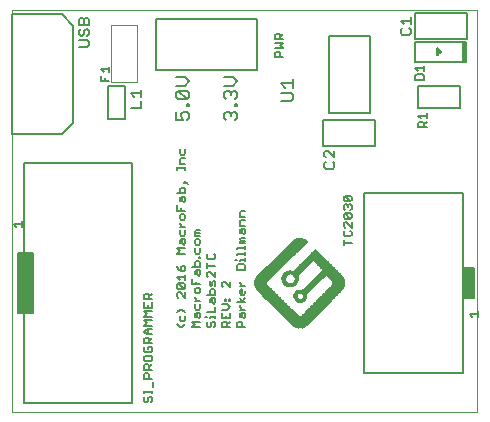
<source format=gto>
G75*
%MOIN*%
%OFA0B0*%
%FSLAX25Y25*%
%IPPOS*%
%LPD*%
%AMOC8*
5,1,8,0,0,1.08239X$1,22.5*
%
%ADD10C,0.00000*%
%ADD11C,0.00800*%
%ADD12C,0.00600*%
%ADD13C,0.00500*%
%ADD14C,0.00200*%
%ADD15R,0.00126X0.02370*%
%ADD16R,0.00124X0.03130*%
%ADD17R,0.00126X0.03630*%
%ADD18R,0.00125X0.03870*%
%ADD19R,0.00124X0.04370*%
%ADD20R,0.00126X0.04630*%
%ADD21R,0.00125X0.05130*%
%ADD22R,0.00124X0.05370*%
%ADD23R,0.00126X0.05630*%
%ADD24R,0.00125X0.05870*%
%ADD25R,0.00124X0.06130*%
%ADD26R,0.00126X0.06370*%
%ADD27R,0.00124X0.06630*%
%ADD28R,0.00126X0.06870*%
%ADD29R,0.00124X0.07130*%
%ADD30R,0.00125X0.07370*%
%ADD31R,0.00126X0.07630*%
%ADD32R,0.00125X0.07870*%
%ADD33R,0.00124X0.08130*%
%ADD34R,0.00126X0.08370*%
%ADD35R,0.00125X0.08630*%
%ADD36R,0.00124X0.08870*%
%ADD37R,0.00126X0.09130*%
%ADD38R,0.00125X0.09370*%
%ADD39R,0.00124X0.09630*%
%ADD40R,0.00126X0.09870*%
%ADD41R,0.00125X0.10130*%
%ADD42R,0.00125X0.10370*%
%ADD43R,0.00125X0.10630*%
%ADD44R,0.00124X0.10870*%
%ADD45R,0.00125X0.11130*%
%ADD46R,0.00126X0.11370*%
%ADD47R,0.00125X0.11630*%
%ADD48R,0.00125X0.05250*%
%ADD49R,0.00124X0.05250*%
%ADD50R,0.00124X0.05120*%
%ADD51R,0.00126X0.05120*%
%ADD52R,0.00125X0.05120*%
%ADD53R,0.00124X0.05130*%
%ADD54R,0.00126X0.05250*%
%ADD55R,0.00126X0.05130*%
%ADD56R,0.00125X0.05370*%
%ADD57R,0.00125X0.06130*%
%ADD58R,0.00125X0.06370*%
%ADD59R,0.00125X0.06630*%
%ADD60R,0.00125X0.06870*%
%ADD61R,0.00125X0.07130*%
%ADD62R,0.00124X0.07630*%
%ADD63R,0.00125X0.02870*%
%ADD64R,0.00125X0.04620*%
%ADD65R,0.00125X0.02880*%
%ADD66R,0.00125X0.04630*%
%ADD67R,0.00126X0.02870*%
%ADD68R,0.00126X0.04620*%
%ADD69R,0.00124X0.02880*%
%ADD70R,0.00124X0.04630*%
%ADD71R,0.00125X0.04500*%
%ADD72R,0.00125X0.04250*%
%ADD73R,0.00125X0.04000*%
%ADD74R,0.00125X0.03750*%
%ADD75R,0.00125X0.03500*%
%ADD76R,0.00125X0.03250*%
%ADD77R,0.00124X0.02870*%
%ADD78R,0.00124X0.03250*%
%ADD79R,0.00125X0.03120*%
%ADD80R,0.00125X0.03130*%
%ADD81R,0.00126X0.03250*%
%ADD82R,0.00124X0.03120*%
%ADD83R,0.00125X0.00250*%
%ADD84R,0.00125X0.00500*%
%ADD85R,0.00125X0.00630*%
%ADD86R,0.00126X0.05000*%
%ADD87R,0.00126X0.04000*%
%ADD88R,0.00126X0.00870*%
%ADD89R,0.00125X0.05000*%
%ADD90R,0.00125X0.04120*%
%ADD91R,0.00125X0.01130*%
%ADD92R,0.00124X0.05000*%
%ADD93R,0.00124X0.04250*%
%ADD94R,0.00124X0.01250*%
%ADD95R,0.00125X0.04870*%
%ADD96R,0.00125X0.04370*%
%ADD97R,0.00125X0.01500*%
%ADD98R,0.00125X0.04880*%
%ADD99R,0.00125X0.04380*%
%ADD100R,0.00125X0.01750*%
%ADD101R,0.00125X0.01880*%
%ADD102R,0.00125X0.04750*%
%ADD103R,0.00125X0.02120*%
%ADD104R,0.00125X0.02250*%
%ADD105R,0.00125X0.02370*%
%ADD106R,0.00125X0.01630*%
%ADD107R,0.00125X0.02000*%
%ADD108R,0.00125X0.02630*%
%ADD109R,0.00125X0.01380*%
%ADD110R,0.00125X0.02750*%
%ADD111R,0.00125X0.01370*%
%ADD112R,0.00126X0.04120*%
%ADD113R,0.00126X0.01250*%
%ADD114R,0.00126X0.01370*%
%ADD115R,0.00126X0.03130*%
%ADD116R,0.00125X0.01250*%
%ADD117R,0.00125X0.03370*%
%ADD118R,0.00125X0.01120*%
%ADD119R,0.00125X0.03620*%
%ADD120R,0.00125X0.05380*%
%ADD121R,0.00125X0.03630*%
%ADD122R,0.00124X0.03370*%
%ADD123R,0.00125X0.01870*%
%ADD124R,0.00125X0.05500*%
%ADD125R,0.00126X0.05500*%
%ADD126R,0.00126X0.01620*%
%ADD127R,0.00125X0.05630*%
%ADD128R,0.00125X0.05620*%
%ADD129R,0.00125X0.01620*%
%ADD130R,0.00124X0.05630*%
%ADD131R,0.00124X0.01750*%
%ADD132R,0.00124X0.05500*%
%ADD133R,0.00126X0.05620*%
%ADD134R,0.00126X0.03000*%
%ADD135R,0.00125X0.01000*%
%ADD136R,0.00124X0.05620*%
%ADD137R,0.00126X0.11250*%
%ADD138R,0.00124X0.11000*%
%ADD139R,0.00126X0.10750*%
%ADD140R,0.00124X0.10500*%
%ADD141R,0.00126X0.10250*%
%ADD142R,0.00124X0.10000*%
%ADD143R,0.00126X0.09750*%
%ADD144R,0.00125X0.09500*%
%ADD145R,0.00125X0.09250*%
%ADD146R,0.00125X0.09000*%
%ADD147R,0.00125X0.08750*%
%ADD148R,0.00125X0.08500*%
%ADD149R,0.00124X0.08370*%
%ADD150R,0.00126X0.08130*%
%ADD151R,0.00124X0.07870*%
%ADD152R,0.00124X0.07370*%
%ADD153R,0.00126X0.07130*%
%ADD154R,0.00124X0.06870*%
%ADD155R,0.00126X0.06630*%
%ADD156R,0.00124X0.06370*%
%ADD157R,0.00126X0.06130*%
%ADD158R,0.00124X0.05870*%
%ADD159R,0.00126X0.04370*%
%ADD160R,0.00124X0.03870*%
%ADD161R,0.00126X0.03370*%
D10*
X0001824Y0001500D02*
X0001824Y0135500D01*
X0156824Y0135500D01*
X0156824Y0001500D01*
X0001824Y0001500D01*
D11*
X0056720Y0098786D02*
X0058822Y0098786D01*
X0058122Y0100187D01*
X0058122Y0100888D01*
X0058822Y0101589D01*
X0060223Y0101589D01*
X0060924Y0100888D01*
X0060924Y0099487D01*
X0060223Y0098786D01*
X0056720Y0098786D02*
X0056720Y0101589D01*
X0060223Y0103390D02*
X0060223Y0104091D01*
X0060924Y0104091D01*
X0060924Y0103390D01*
X0060223Y0103390D01*
X0060223Y0105692D02*
X0057421Y0105692D01*
X0056720Y0106393D01*
X0056720Y0107794D01*
X0057421Y0108495D01*
X0060223Y0105692D01*
X0060924Y0106393D01*
X0060924Y0107794D01*
X0060223Y0108495D01*
X0057421Y0108495D01*
X0056720Y0110296D02*
X0059523Y0110296D01*
X0060924Y0111697D01*
X0059523Y0113098D01*
X0056720Y0113098D01*
X0072720Y0113098D02*
X0075523Y0113098D01*
X0076924Y0111697D01*
X0075523Y0110296D01*
X0072720Y0110296D01*
X0073421Y0108495D02*
X0074122Y0108495D01*
X0074822Y0107794D01*
X0075523Y0108495D01*
X0076223Y0108495D01*
X0076924Y0107794D01*
X0076924Y0106393D01*
X0076223Y0105692D01*
X0074822Y0107093D02*
X0074822Y0107794D01*
X0073421Y0108495D02*
X0072720Y0107794D01*
X0072720Y0106393D01*
X0073421Y0105692D01*
X0076223Y0104091D02*
X0076924Y0104091D01*
X0076924Y0103390D01*
X0076223Y0103390D01*
X0076223Y0104091D01*
X0076223Y0101589D02*
X0076924Y0100888D01*
X0076924Y0099487D01*
X0076223Y0098786D01*
X0074822Y0100187D02*
X0074822Y0100888D01*
X0075523Y0101589D01*
X0076223Y0101589D01*
X0074822Y0100888D02*
X0074122Y0101589D01*
X0073421Y0101589D01*
X0072720Y0100888D01*
X0072720Y0099487D01*
X0073421Y0098786D01*
X0091437Y0104987D02*
X0094940Y0104987D01*
X0095641Y0105688D01*
X0095641Y0107089D01*
X0094940Y0107790D01*
X0091437Y0107790D01*
X0092838Y0109591D02*
X0091437Y0110993D01*
X0095641Y0110993D01*
X0095641Y0112394D02*
X0095641Y0109591D01*
D12*
X0106570Y0088590D02*
X0106003Y0088023D01*
X0106003Y0086889D01*
X0106570Y0086322D01*
X0106570Y0088590D02*
X0107137Y0088590D01*
X0109406Y0086322D01*
X0109406Y0088590D01*
X0108839Y0084907D02*
X0109406Y0084340D01*
X0109406Y0083206D01*
X0108839Y0082639D01*
X0106570Y0082639D01*
X0106003Y0083206D01*
X0106003Y0084340D01*
X0106570Y0084907D01*
X0132070Y0127139D02*
X0134339Y0127139D01*
X0134906Y0127706D01*
X0134906Y0128840D01*
X0134339Y0129407D01*
X0134906Y0130822D02*
X0134906Y0133090D01*
X0134906Y0131956D02*
X0131503Y0131956D01*
X0132637Y0130822D01*
X0132070Y0129407D02*
X0131503Y0128840D01*
X0131503Y0127706D01*
X0132070Y0127139D01*
X0044855Y0108897D02*
X0044855Y0106629D01*
X0044855Y0107763D02*
X0041452Y0107763D01*
X0042586Y0106629D01*
X0044855Y0105214D02*
X0044855Y0102946D01*
X0041452Y0102946D01*
X0027087Y0123251D02*
X0024251Y0123251D01*
X0027087Y0123251D02*
X0027654Y0123818D01*
X0027654Y0124952D01*
X0027087Y0125519D01*
X0024251Y0125519D01*
X0024818Y0126934D02*
X0025385Y0126934D01*
X0025952Y0127501D01*
X0025952Y0128635D01*
X0026520Y0129202D01*
X0027087Y0129202D01*
X0027654Y0128635D01*
X0027654Y0127501D01*
X0027087Y0126934D01*
X0024818Y0126934D02*
X0024251Y0127501D01*
X0024251Y0128635D01*
X0024818Y0129202D01*
X0024251Y0130617D02*
X0024251Y0132318D01*
X0024818Y0132885D01*
X0025385Y0132885D01*
X0025952Y0132318D01*
X0025952Y0130617D01*
X0024251Y0130617D02*
X0027654Y0130617D01*
X0027654Y0132318D01*
X0027087Y0132885D01*
X0026520Y0132885D01*
X0025952Y0132318D01*
D13*
X0022379Y0130063D02*
X0022379Y0097937D01*
X0018442Y0094000D01*
X0002084Y0094000D01*
X0002084Y0134000D01*
X0018442Y0134000D01*
X0022379Y0130063D01*
X0034350Y0116549D02*
X0034350Y0114748D01*
X0034350Y0115648D02*
X0031647Y0115648D01*
X0032548Y0114748D01*
X0031647Y0113603D02*
X0031647Y0111801D01*
X0034350Y0111801D01*
X0032998Y0111801D02*
X0032998Y0112702D01*
X0034068Y0110012D02*
X0034068Y0098988D01*
X0039580Y0098988D01*
X0039580Y0110012D01*
X0034068Y0110012D01*
X0049895Y0115535D02*
X0083753Y0115535D01*
X0083753Y0132465D01*
X0049895Y0132465D01*
X0049895Y0115535D01*
X0057772Y0089009D02*
X0057772Y0087657D01*
X0058223Y0087207D01*
X0059124Y0087207D01*
X0059574Y0087657D01*
X0059574Y0089009D01*
X0059574Y0086062D02*
X0058223Y0086062D01*
X0057772Y0085612D01*
X0057772Y0084261D01*
X0059574Y0084261D01*
X0059574Y0083197D02*
X0059574Y0082296D01*
X0059574Y0082747D02*
X0056872Y0082747D01*
X0056872Y0083197D02*
X0056872Y0082296D01*
X0059124Y0078286D02*
X0059124Y0077836D01*
X0059574Y0077836D01*
X0059574Y0078286D01*
X0059124Y0078286D01*
X0059574Y0078286D02*
X0060475Y0077385D01*
X0059124Y0076240D02*
X0058223Y0076240D01*
X0057772Y0075790D01*
X0057772Y0074439D01*
X0056872Y0074439D02*
X0059574Y0074439D01*
X0059574Y0075790D01*
X0059124Y0076240D01*
X0059574Y0073294D02*
X0058223Y0073294D01*
X0057772Y0072843D01*
X0057772Y0071943D01*
X0058673Y0071943D02*
X0058673Y0073294D01*
X0059574Y0073294D02*
X0059574Y0071943D01*
X0059124Y0071492D01*
X0058673Y0071943D01*
X0056872Y0070347D02*
X0056872Y0068546D01*
X0059574Y0068546D01*
X0059124Y0067401D02*
X0058223Y0067401D01*
X0057772Y0066950D01*
X0057772Y0066050D01*
X0058223Y0065599D01*
X0059124Y0065599D01*
X0059574Y0066050D01*
X0059574Y0066950D01*
X0059124Y0067401D01*
X0058223Y0068546D02*
X0058223Y0069447D01*
X0057772Y0064495D02*
X0057772Y0064045D01*
X0058673Y0063144D01*
X0059574Y0063144D02*
X0057772Y0063144D01*
X0057772Y0061999D02*
X0057772Y0060648D01*
X0058223Y0060197D01*
X0059124Y0060197D01*
X0059574Y0060648D01*
X0059574Y0061999D01*
X0059574Y0059052D02*
X0058223Y0059052D01*
X0057772Y0058602D01*
X0057772Y0057701D01*
X0058673Y0057701D02*
X0058673Y0059052D01*
X0059574Y0059052D02*
X0059574Y0057701D01*
X0059124Y0057251D01*
X0058673Y0057701D01*
X0059574Y0056106D02*
X0056872Y0056106D01*
X0057772Y0055205D01*
X0056872Y0054304D01*
X0059574Y0054304D01*
X0062772Y0054755D02*
X0063223Y0054304D01*
X0064124Y0054304D01*
X0064574Y0054755D01*
X0064574Y0056106D01*
X0064124Y0057251D02*
X0063223Y0057251D01*
X0062772Y0057701D01*
X0062772Y0058602D01*
X0063223Y0059052D01*
X0064124Y0059052D01*
X0064574Y0058602D01*
X0064574Y0057701D01*
X0064124Y0057251D01*
X0062772Y0056106D02*
X0062772Y0054755D01*
X0064124Y0053281D02*
X0064574Y0053281D01*
X0064574Y0052831D01*
X0064124Y0052831D01*
X0064124Y0053281D01*
X0064124Y0051686D02*
X0063223Y0051686D01*
X0062772Y0051236D01*
X0062772Y0049885D01*
X0061872Y0049885D02*
X0064574Y0049885D01*
X0064574Y0051236D01*
X0064124Y0051686D01*
X0066872Y0051195D02*
X0066872Y0049393D01*
X0066872Y0050294D02*
X0069574Y0050294D01*
X0069574Y0048248D02*
X0069574Y0046447D01*
X0067772Y0048248D01*
X0067322Y0048248D01*
X0066872Y0047798D01*
X0066872Y0046897D01*
X0067322Y0046447D01*
X0067772Y0045302D02*
X0067772Y0043951D01*
X0068223Y0043500D01*
X0068673Y0043951D01*
X0068673Y0044852D01*
X0069124Y0045302D01*
X0069574Y0044852D01*
X0069574Y0043500D01*
X0069124Y0042355D02*
X0068223Y0042355D01*
X0067772Y0041905D01*
X0067772Y0040554D01*
X0066872Y0040554D02*
X0069574Y0040554D01*
X0069574Y0041905D01*
X0069124Y0042355D01*
X0071872Y0043460D02*
X0071872Y0044360D01*
X0072322Y0044811D01*
X0072772Y0044811D01*
X0074574Y0043009D01*
X0074574Y0044811D01*
X0072322Y0043009D02*
X0071872Y0043460D01*
X0072772Y0039040D02*
X0073223Y0039040D01*
X0073223Y0038590D01*
X0072772Y0038590D01*
X0072772Y0039040D01*
X0074124Y0039040D02*
X0074574Y0039040D01*
X0074574Y0038590D01*
X0074124Y0038590D01*
X0074124Y0039040D01*
X0073673Y0037445D02*
X0071872Y0037445D01*
X0073673Y0037445D02*
X0074574Y0036544D01*
X0073673Y0035643D01*
X0071872Y0035643D01*
X0071872Y0034498D02*
X0071872Y0032697D01*
X0074574Y0032697D01*
X0074574Y0034498D01*
X0073223Y0033597D02*
X0073223Y0032697D01*
X0073223Y0031552D02*
X0073673Y0031101D01*
X0073673Y0029750D01*
X0073673Y0030651D02*
X0074574Y0031552D01*
X0073223Y0031552D02*
X0072322Y0031552D01*
X0071872Y0031101D01*
X0071872Y0029750D01*
X0074574Y0029750D01*
X0076872Y0029750D02*
X0076872Y0031101D01*
X0077322Y0031552D01*
X0078223Y0031552D01*
X0078673Y0031101D01*
X0078673Y0029750D01*
X0079574Y0029750D02*
X0076872Y0029750D01*
X0079124Y0032697D02*
X0078673Y0033147D01*
X0078673Y0034498D01*
X0078223Y0034498D02*
X0079574Y0034498D01*
X0079574Y0033147D01*
X0079124Y0032697D01*
X0077772Y0033147D02*
X0077772Y0034048D01*
X0078223Y0034498D01*
X0078673Y0035643D02*
X0077772Y0036544D01*
X0077772Y0036994D01*
X0077772Y0035643D02*
X0079574Y0035643D01*
X0079574Y0038098D02*
X0076872Y0038098D01*
X0077772Y0039450D02*
X0078673Y0038098D01*
X0079574Y0039450D01*
X0079124Y0040554D02*
X0078223Y0040554D01*
X0077772Y0041004D01*
X0077772Y0041905D01*
X0078223Y0042355D01*
X0078673Y0042355D01*
X0078673Y0040554D01*
X0079124Y0040554D02*
X0079574Y0041004D01*
X0079574Y0041905D01*
X0079574Y0043500D02*
X0077772Y0043500D01*
X0077772Y0044401D02*
X0077772Y0044852D01*
X0077772Y0044401D02*
X0078673Y0043500D01*
X0079574Y0048902D02*
X0076872Y0048902D01*
X0076872Y0050253D01*
X0077322Y0050704D01*
X0079124Y0050704D01*
X0079574Y0050253D01*
X0079574Y0048902D01*
X0079574Y0051849D02*
X0079574Y0052750D01*
X0079574Y0052299D02*
X0077772Y0052299D01*
X0077772Y0051849D01*
X0076872Y0052299D02*
X0076421Y0052299D01*
X0076872Y0053813D02*
X0076872Y0054264D01*
X0079574Y0054264D01*
X0079574Y0054714D02*
X0079574Y0053813D01*
X0079574Y0055778D02*
X0079574Y0056678D01*
X0079574Y0056228D02*
X0076872Y0056228D01*
X0076872Y0055778D01*
X0077772Y0057742D02*
X0077772Y0058192D01*
X0078223Y0058643D01*
X0077772Y0059093D01*
X0078223Y0059543D01*
X0079574Y0059543D01*
X0079574Y0058643D02*
X0078223Y0058643D01*
X0077772Y0057742D02*
X0079574Y0057742D01*
X0079124Y0060688D02*
X0078673Y0061139D01*
X0078673Y0062490D01*
X0078223Y0062490D02*
X0079574Y0062490D01*
X0079574Y0061139D01*
X0079124Y0060688D01*
X0077772Y0061139D02*
X0077772Y0062040D01*
X0078223Y0062490D01*
X0077772Y0063635D02*
X0077772Y0064986D01*
X0078223Y0065436D01*
X0079574Y0065436D01*
X0079574Y0066581D02*
X0077772Y0066581D01*
X0077772Y0067933D01*
X0078223Y0068383D01*
X0079574Y0068383D01*
X0079574Y0063635D02*
X0077772Y0063635D01*
X0069124Y0054142D02*
X0069574Y0053691D01*
X0069574Y0052790D01*
X0069124Y0052340D01*
X0067322Y0052340D01*
X0066872Y0052790D01*
X0066872Y0053691D01*
X0067322Y0054142D01*
X0064574Y0048740D02*
X0063223Y0048740D01*
X0062772Y0048289D01*
X0062772Y0047388D01*
X0063673Y0047388D02*
X0063673Y0048740D01*
X0064574Y0048740D02*
X0064574Y0047388D01*
X0064124Y0046938D01*
X0063673Y0047388D01*
X0061872Y0045793D02*
X0061872Y0043991D01*
X0064574Y0043991D01*
X0064124Y0042847D02*
X0063223Y0042847D01*
X0062772Y0042396D01*
X0062772Y0041495D01*
X0063223Y0041045D01*
X0064124Y0041045D01*
X0064574Y0041495D01*
X0064574Y0042396D01*
X0064124Y0042847D01*
X0063223Y0043991D02*
X0063223Y0044892D01*
X0059574Y0045465D02*
X0059574Y0047266D01*
X0059574Y0046366D02*
X0056872Y0046366D01*
X0057772Y0045465D01*
X0057322Y0044320D02*
X0059124Y0042518D01*
X0059574Y0042969D01*
X0059574Y0043869D01*
X0059124Y0044320D01*
X0057322Y0044320D01*
X0056872Y0043869D01*
X0056872Y0042969D01*
X0057322Y0042518D01*
X0059124Y0042518D01*
X0059574Y0041373D02*
X0059574Y0039572D01*
X0057772Y0041373D01*
X0057322Y0041373D01*
X0056872Y0040923D01*
X0056872Y0040022D01*
X0057322Y0039572D01*
X0057772Y0035562D02*
X0056872Y0034661D01*
X0057772Y0035562D02*
X0058673Y0035562D01*
X0059574Y0034661D01*
X0059574Y0033516D02*
X0059574Y0032165D01*
X0059124Y0031714D01*
X0058223Y0031714D01*
X0057772Y0032165D01*
X0057772Y0033516D01*
X0056872Y0030651D02*
X0057772Y0029750D01*
X0058673Y0029750D01*
X0059574Y0030651D01*
X0061872Y0031552D02*
X0064574Y0031552D01*
X0064124Y0032697D02*
X0063673Y0033147D01*
X0063673Y0034498D01*
X0063223Y0034498D02*
X0064574Y0034498D01*
X0064574Y0033147D01*
X0064124Y0032697D01*
X0062772Y0033147D02*
X0062772Y0034048D01*
X0063223Y0034498D01*
X0063223Y0035643D02*
X0064124Y0035643D01*
X0064574Y0036093D01*
X0064574Y0037445D01*
X0064574Y0038590D02*
X0062772Y0038590D01*
X0062772Y0039490D02*
X0062772Y0039941D01*
X0062772Y0039490D02*
X0063673Y0038590D01*
X0062772Y0037445D02*
X0062772Y0036093D01*
X0063223Y0035643D01*
X0066872Y0034661D02*
X0069574Y0034661D01*
X0069574Y0036462D01*
X0069124Y0037607D02*
X0068673Y0038058D01*
X0068673Y0039409D01*
X0068223Y0039409D02*
X0069574Y0039409D01*
X0069574Y0038058D01*
X0069124Y0037607D01*
X0067772Y0038058D02*
X0067772Y0038959D01*
X0068223Y0039409D01*
X0069574Y0033597D02*
X0069574Y0032697D01*
X0069574Y0033147D02*
X0067772Y0033147D01*
X0067772Y0032697D01*
X0066872Y0033147D02*
X0066421Y0033147D01*
X0067322Y0031552D02*
X0066872Y0031101D01*
X0066872Y0030200D01*
X0067322Y0029750D01*
X0067772Y0029750D01*
X0068223Y0030200D01*
X0068223Y0031101D01*
X0068673Y0031552D01*
X0069124Y0031552D01*
X0069574Y0031101D01*
X0069574Y0030200D01*
X0069124Y0029750D01*
X0064574Y0029750D02*
X0061872Y0029750D01*
X0062772Y0030651D01*
X0061872Y0031552D01*
X0048574Y0032088D02*
X0045872Y0032088D01*
X0046772Y0031187D01*
X0045872Y0030286D01*
X0048574Y0030286D01*
X0048574Y0029142D02*
X0046772Y0029142D01*
X0045872Y0028241D01*
X0046772Y0027340D01*
X0048574Y0027340D01*
X0048574Y0026195D02*
X0047673Y0025294D01*
X0047673Y0025745D02*
X0047673Y0024393D01*
X0048574Y0024393D02*
X0045872Y0024393D01*
X0045872Y0025745D01*
X0046322Y0026195D01*
X0047223Y0026195D01*
X0047673Y0025745D01*
X0047223Y0027340D02*
X0047223Y0029142D01*
X0048574Y0033233D02*
X0045872Y0033233D01*
X0046772Y0034134D01*
X0045872Y0035035D01*
X0048574Y0035035D01*
X0048574Y0036180D02*
X0048574Y0037981D01*
X0048574Y0039126D02*
X0045872Y0039126D01*
X0045872Y0040477D01*
X0046322Y0040928D01*
X0047223Y0040928D01*
X0047673Y0040477D01*
X0047673Y0039126D01*
X0047673Y0040027D02*
X0048574Y0040928D01*
X0045872Y0037981D02*
X0045872Y0036180D01*
X0048574Y0036180D01*
X0047223Y0036180D02*
X0047223Y0037080D01*
X0058223Y0048411D02*
X0057322Y0049312D01*
X0056872Y0050213D01*
X0058223Y0049762D02*
X0058223Y0048411D01*
X0059124Y0048411D01*
X0059574Y0048862D01*
X0059574Y0049762D01*
X0059124Y0050213D01*
X0058673Y0050213D01*
X0058223Y0049762D01*
X0062772Y0060197D02*
X0062772Y0060648D01*
X0063223Y0061098D01*
X0062772Y0061548D01*
X0063223Y0061999D01*
X0064574Y0061999D01*
X0064574Y0061098D02*
X0063223Y0061098D01*
X0062772Y0060197D02*
X0064574Y0060197D01*
X0041824Y0084500D02*
X0041824Y0004500D01*
X0005824Y0004500D01*
X0005824Y0084500D01*
X0041824Y0084500D01*
X0008824Y0054500D02*
X0008824Y0034500D01*
X0003824Y0034500D01*
X0003824Y0054500D01*
X0008824Y0054500D01*
X0008824Y0054342D02*
X0003824Y0054342D01*
X0003824Y0053844D02*
X0008824Y0053844D01*
X0008824Y0053345D02*
X0003824Y0053345D01*
X0003824Y0052847D02*
X0008824Y0052847D01*
X0008824Y0052348D02*
X0003824Y0052348D01*
X0003824Y0051850D02*
X0008824Y0051850D01*
X0008824Y0051351D02*
X0003824Y0051351D01*
X0003824Y0050853D02*
X0008824Y0050853D01*
X0008824Y0050354D02*
X0003824Y0050354D01*
X0003824Y0049856D02*
X0008824Y0049856D01*
X0008824Y0049357D02*
X0003824Y0049357D01*
X0003824Y0048859D02*
X0008824Y0048859D01*
X0008824Y0048360D02*
X0003824Y0048360D01*
X0003824Y0047862D02*
X0008824Y0047862D01*
X0008824Y0047363D02*
X0003824Y0047363D01*
X0003824Y0046865D02*
X0008824Y0046865D01*
X0008824Y0046366D02*
X0003824Y0046366D01*
X0003824Y0045868D02*
X0008824Y0045868D01*
X0008824Y0045369D02*
X0003824Y0045369D01*
X0003824Y0044870D02*
X0008824Y0044870D01*
X0008824Y0044372D02*
X0003824Y0044372D01*
X0003824Y0043873D02*
X0008824Y0043873D01*
X0008824Y0043375D02*
X0003824Y0043375D01*
X0003824Y0042876D02*
X0008824Y0042876D01*
X0008824Y0042378D02*
X0003824Y0042378D01*
X0003824Y0041879D02*
X0008824Y0041879D01*
X0008824Y0041381D02*
X0003824Y0041381D01*
X0003824Y0040882D02*
X0008824Y0040882D01*
X0008824Y0040384D02*
X0003824Y0040384D01*
X0003824Y0039885D02*
X0008824Y0039885D01*
X0008824Y0039387D02*
X0003824Y0039387D01*
X0003824Y0038888D02*
X0008824Y0038888D01*
X0008824Y0038390D02*
X0003824Y0038390D01*
X0003824Y0037891D02*
X0008824Y0037891D01*
X0008824Y0037393D02*
X0003824Y0037393D01*
X0003824Y0036894D02*
X0008824Y0036894D01*
X0008824Y0036396D02*
X0003824Y0036396D01*
X0003824Y0035897D02*
X0008824Y0035897D01*
X0008824Y0035399D02*
X0003824Y0035399D01*
X0003824Y0034900D02*
X0008824Y0034900D01*
X0005174Y0063277D02*
X0005174Y0065078D01*
X0005174Y0064178D02*
X0002472Y0064178D01*
X0003372Y0063277D01*
X0045872Y0022798D02*
X0045872Y0021897D01*
X0046322Y0021447D01*
X0048124Y0021447D01*
X0048574Y0021897D01*
X0048574Y0022798D01*
X0048124Y0023248D01*
X0047223Y0023248D01*
X0047223Y0022348D01*
X0046322Y0023248D02*
X0045872Y0022798D01*
X0046322Y0020302D02*
X0045872Y0019852D01*
X0045872Y0018951D01*
X0046322Y0018500D01*
X0048124Y0018500D01*
X0048574Y0018951D01*
X0048574Y0019852D01*
X0048124Y0020302D01*
X0046322Y0020302D01*
X0046322Y0017355D02*
X0045872Y0016905D01*
X0045872Y0015554D01*
X0048574Y0015554D01*
X0047673Y0015554D02*
X0047673Y0016905D01*
X0047223Y0017355D01*
X0046322Y0017355D01*
X0047673Y0016455D02*
X0048574Y0017355D01*
X0047223Y0014409D02*
X0047673Y0013959D01*
X0047673Y0012607D01*
X0048574Y0012607D02*
X0045872Y0012607D01*
X0045872Y0013959D01*
X0046322Y0014409D01*
X0047223Y0014409D01*
X0049024Y0011462D02*
X0049024Y0009661D01*
X0048574Y0008597D02*
X0048574Y0007697D01*
X0048574Y0008147D02*
X0045872Y0008147D01*
X0045872Y0007697D02*
X0045872Y0008597D01*
X0046322Y0006552D02*
X0045872Y0006101D01*
X0045872Y0005200D01*
X0046322Y0004750D01*
X0046772Y0004750D01*
X0047223Y0005200D01*
X0047223Y0006101D01*
X0047673Y0006552D01*
X0048124Y0006552D01*
X0048574Y0006101D01*
X0048574Y0005200D01*
X0048124Y0004750D01*
X0112450Y0057071D02*
X0112450Y0058872D01*
X0112450Y0057972D02*
X0115152Y0057972D01*
X0114702Y0060017D02*
X0115152Y0060468D01*
X0115152Y0061369D01*
X0114702Y0061819D01*
X0115152Y0062964D02*
X0113350Y0064765D01*
X0112900Y0064765D01*
X0112450Y0064315D01*
X0112450Y0063414D01*
X0112900Y0062964D01*
X0112900Y0061819D02*
X0112450Y0061369D01*
X0112450Y0060468D01*
X0112900Y0060017D01*
X0114702Y0060017D01*
X0115152Y0062964D02*
X0115152Y0064765D01*
X0114702Y0065910D02*
X0112900Y0067712D01*
X0114702Y0067712D01*
X0115152Y0067262D01*
X0115152Y0066361D01*
X0114702Y0065910D01*
X0112900Y0065910D01*
X0112450Y0066361D01*
X0112450Y0067262D01*
X0112900Y0067712D01*
X0112900Y0068857D02*
X0112450Y0069307D01*
X0112450Y0070208D01*
X0112900Y0070659D01*
X0113350Y0070659D01*
X0113801Y0070208D01*
X0114251Y0070659D01*
X0114702Y0070659D01*
X0115152Y0070208D01*
X0115152Y0069307D01*
X0114702Y0068857D01*
X0113801Y0069758D02*
X0113801Y0070208D01*
X0114702Y0071803D02*
X0112900Y0071803D01*
X0112450Y0072254D01*
X0112450Y0073155D01*
X0112900Y0073605D01*
X0114702Y0071803D01*
X0115152Y0072254D01*
X0115152Y0073155D01*
X0114702Y0073605D01*
X0112900Y0073605D01*
X0119289Y0074500D02*
X0119289Y0014500D01*
X0152359Y0014500D01*
X0152359Y0074500D01*
X0119289Y0074500D01*
X0122985Y0090169D02*
X0105663Y0090169D01*
X0105663Y0098831D01*
X0122985Y0098831D01*
X0122985Y0090169D01*
X0121214Y0101205D02*
X0107434Y0101205D01*
X0107434Y0126795D01*
X0121214Y0126795D01*
X0121214Y0101205D01*
X0137237Y0102957D02*
X0151411Y0102957D01*
X0151411Y0110043D01*
X0137237Y0110043D01*
X0137237Y0102957D01*
X0137402Y0100291D02*
X0140105Y0100291D01*
X0140105Y0099390D02*
X0140105Y0101192D01*
X0138303Y0099390D02*
X0137402Y0100291D01*
X0137853Y0098245D02*
X0138754Y0098245D01*
X0139204Y0097795D01*
X0139204Y0096444D01*
X0139204Y0097344D02*
X0140105Y0098245D01*
X0140105Y0096444D02*
X0137402Y0096444D01*
X0137402Y0097795D01*
X0137853Y0098245D01*
X0139105Y0112215D02*
X0136402Y0112215D01*
X0136402Y0113566D01*
X0136853Y0114017D01*
X0138654Y0114017D01*
X0139105Y0113566D01*
X0139105Y0112215D01*
X0139105Y0115162D02*
X0139105Y0116963D01*
X0139105Y0116063D02*
X0136402Y0116063D01*
X0137303Y0115162D01*
X0136253Y0118154D02*
X0152395Y0118154D01*
X0152395Y0124846D01*
X0153182Y0124846D01*
X0153182Y0118154D01*
X0152395Y0118154D01*
X0152395Y0124846D01*
X0136253Y0124846D01*
X0136253Y0118154D01*
X0136163Y0125669D02*
X0153485Y0125669D01*
X0153485Y0134331D01*
X0136163Y0134331D01*
X0136163Y0125669D01*
X0143733Y0122681D02*
X0143733Y0120319D01*
X0144915Y0121500D01*
X0143733Y0122681D01*
X0143733Y0122638D02*
X0143776Y0122638D01*
X0143733Y0122140D02*
X0144275Y0122140D01*
X0144773Y0121641D02*
X0143733Y0121641D01*
X0143733Y0121143D02*
X0144557Y0121143D01*
X0144059Y0120644D02*
X0143733Y0120644D01*
X0152395Y0120644D02*
X0153182Y0120644D01*
X0153182Y0120146D02*
X0152395Y0120146D01*
X0152395Y0119647D02*
X0153182Y0119647D01*
X0153182Y0119149D02*
X0152395Y0119149D01*
X0152395Y0118650D02*
X0153182Y0118650D01*
X0153182Y0121143D02*
X0152395Y0121143D01*
X0152395Y0121641D02*
X0153182Y0121641D01*
X0153182Y0122140D02*
X0152395Y0122140D01*
X0152395Y0122638D02*
X0153182Y0122638D01*
X0153182Y0123137D02*
X0152395Y0123137D01*
X0152395Y0123635D02*
X0153182Y0123635D01*
X0153182Y0124134D02*
X0152395Y0124134D01*
X0152395Y0124632D02*
X0153182Y0124632D01*
X0092274Y0124588D02*
X0089572Y0124588D01*
X0089572Y0125733D02*
X0089572Y0127084D01*
X0090022Y0127534D01*
X0090923Y0127534D01*
X0091373Y0127084D01*
X0091373Y0125733D01*
X0091373Y0126633D02*
X0092274Y0127534D01*
X0092274Y0125733D02*
X0089572Y0125733D01*
X0091373Y0123687D02*
X0092274Y0124588D01*
X0091373Y0123687D02*
X0092274Y0122786D01*
X0089572Y0122786D01*
X0090022Y0121641D02*
X0090923Y0121641D01*
X0091373Y0121191D01*
X0091373Y0119840D01*
X0092274Y0119840D02*
X0089572Y0119840D01*
X0089572Y0121191D01*
X0090022Y0121641D01*
X0152359Y0049500D02*
X0155824Y0049500D01*
X0155824Y0039500D01*
X0152359Y0039500D01*
X0152359Y0049500D01*
X0152359Y0049357D02*
X0155824Y0049357D01*
X0155824Y0048859D02*
X0152359Y0048859D01*
X0152359Y0048360D02*
X0155824Y0048360D01*
X0155824Y0047862D02*
X0152359Y0047862D01*
X0152359Y0047363D02*
X0155824Y0047363D01*
X0155824Y0046865D02*
X0152359Y0046865D01*
X0152359Y0046366D02*
X0155824Y0046366D01*
X0155824Y0045868D02*
X0152359Y0045868D01*
X0152359Y0045369D02*
X0155824Y0045369D01*
X0155824Y0044870D02*
X0152359Y0044870D01*
X0152359Y0044372D02*
X0155824Y0044372D01*
X0155824Y0043873D02*
X0152359Y0043873D01*
X0152359Y0043375D02*
X0155824Y0043375D01*
X0155824Y0042876D02*
X0152359Y0042876D01*
X0152359Y0042378D02*
X0155824Y0042378D01*
X0155824Y0041879D02*
X0152359Y0041879D01*
X0152359Y0041381D02*
X0155824Y0041381D01*
X0155824Y0040882D02*
X0152359Y0040882D01*
X0152359Y0040384D02*
X0155824Y0040384D01*
X0155824Y0039885D02*
X0152359Y0039885D01*
X0157174Y0035078D02*
X0157174Y0033277D01*
X0157174Y0034177D02*
X0154472Y0034177D01*
X0155372Y0033277D01*
D14*
X0043655Y0111551D02*
X0034993Y0111551D01*
X0034993Y0130449D01*
X0043655Y0130449D01*
X0043655Y0111551D01*
D15*
X0112824Y0044375D03*
D16*
X0112699Y0044375D03*
D17*
X0112574Y0044375D03*
D18*
X0112448Y0044375D03*
X0098073Y0057375D03*
X0097198Y0040125D03*
X0097073Y0040125D03*
X0098073Y0031375D03*
X0098198Y0031375D03*
X0098323Y0031375D03*
X0098448Y0031375D03*
D19*
X0112324Y0044375D03*
D20*
X0112199Y0044375D03*
D21*
X0112073Y0044375D03*
X0108573Y0047875D03*
X0108324Y0048125D03*
X0108073Y0048375D03*
X0107823Y0048625D03*
X0107073Y0049375D03*
X0108324Y0040625D03*
X0108073Y0040375D03*
X0107823Y0040125D03*
X0107073Y0039375D03*
X0106323Y0038625D03*
X0106073Y0038375D03*
X0105324Y0037625D03*
X0105074Y0037375D03*
X0104823Y0037125D03*
X0104573Y0036875D03*
X0103824Y0036125D03*
X0103574Y0035875D03*
X0103323Y0035625D03*
X0103073Y0035375D03*
X0102823Y0035125D03*
X0102573Y0034875D03*
X0102324Y0034625D03*
X0102074Y0034375D03*
X0101823Y0034125D03*
X0101573Y0033875D03*
X0101323Y0033625D03*
X0101073Y0033375D03*
X0100574Y0032875D03*
X0096574Y0032125D03*
X0096699Y0056625D03*
D22*
X0096824Y0046625D03*
X0111949Y0044375D03*
D23*
X0111824Y0044375D03*
X0106574Y0049625D03*
X0084074Y0044375D03*
D24*
X0106448Y0049625D03*
X0111698Y0044375D03*
D25*
X0111574Y0044375D03*
D26*
X0111449Y0044375D03*
D27*
X0111324Y0044375D03*
D28*
X0111199Y0044375D03*
D29*
X0111074Y0044375D03*
D30*
X0110949Y0044375D03*
X0105698Y0049625D03*
D31*
X0110824Y0044375D03*
X0085074Y0044375D03*
D32*
X0110698Y0044375D03*
D33*
X0110574Y0044375D03*
D34*
X0110449Y0044375D03*
D35*
X0110323Y0044375D03*
D36*
X0110199Y0044375D03*
D37*
X0110074Y0044375D03*
D38*
X0109948Y0044375D03*
D39*
X0109824Y0044375D03*
D40*
X0109699Y0044375D03*
D41*
X0109573Y0044375D03*
D42*
X0109448Y0044375D03*
D43*
X0109323Y0044375D03*
D44*
X0109199Y0044375D03*
D45*
X0109074Y0044375D03*
D46*
X0108949Y0044375D03*
D47*
X0108823Y0044375D03*
D48*
X0108698Y0047685D03*
X0108698Y0041065D03*
X0108573Y0040935D03*
X0107198Y0039565D03*
X0105948Y0038315D03*
X0105823Y0038185D03*
X0105698Y0038065D03*
X0104448Y0036815D03*
X0104323Y0036685D03*
X0096449Y0032185D03*
X0096324Y0032315D03*
X0096199Y0032435D03*
X0097323Y0047185D03*
X0096324Y0056315D03*
X0096449Y0056435D03*
D49*
X0106824Y0049565D03*
X0108449Y0040815D03*
X0083949Y0044315D03*
D50*
X0102449Y0034750D03*
X0108449Y0048000D03*
D51*
X0108199Y0048250D03*
X0108199Y0040500D03*
X0104949Y0037250D03*
X0103449Y0035750D03*
X0101949Y0034250D03*
D52*
X0102199Y0034500D03*
X0102698Y0035000D03*
X0102948Y0035250D03*
X0103198Y0035500D03*
X0103699Y0036000D03*
X0103949Y0036250D03*
X0104198Y0036500D03*
X0104698Y0037000D03*
X0105199Y0037500D03*
X0105449Y0037750D03*
X0106198Y0038500D03*
X0106448Y0038750D03*
X0106699Y0039000D03*
X0106948Y0039250D03*
X0107449Y0039750D03*
X0107698Y0040000D03*
X0107948Y0040250D03*
X0101698Y0034000D03*
X0101448Y0033750D03*
X0101198Y0033500D03*
X0100948Y0033250D03*
X0100699Y0033000D03*
X0100449Y0032750D03*
X0107948Y0048500D03*
X0107698Y0048750D03*
X0107449Y0049000D03*
X0107198Y0049250D03*
X0106948Y0049500D03*
X0096574Y0056500D03*
D53*
X0107574Y0048875D03*
X0107574Y0039875D03*
X0106824Y0039125D03*
X0105574Y0037875D03*
X0104074Y0036375D03*
X0100824Y0033125D03*
D54*
X0107324Y0039685D03*
D55*
X0106574Y0038875D03*
X0107324Y0049125D03*
D56*
X0106699Y0049625D03*
X0097073Y0046875D03*
X0096574Y0046375D03*
X0096074Y0056125D03*
X0095949Y0032625D03*
D57*
X0106323Y0049625D03*
D58*
X0106198Y0049625D03*
D59*
X0106073Y0049625D03*
D60*
X0105948Y0049625D03*
D61*
X0105823Y0049625D03*
D62*
X0105574Y0049625D03*
D63*
X0105449Y0047125D03*
X0105199Y0046875D03*
X0104698Y0046375D03*
X0104448Y0046125D03*
X0104198Y0045875D03*
X0103949Y0045625D03*
X0103699Y0045375D03*
X0103198Y0044875D03*
X0102948Y0044625D03*
X0102698Y0044375D03*
X0102199Y0043875D03*
X0101698Y0043375D03*
X0101448Y0043125D03*
X0101198Y0042875D03*
X0100948Y0042625D03*
X0100699Y0042375D03*
X0100449Y0042125D03*
X0096574Y0040125D03*
X0083198Y0044375D03*
D64*
X0097198Y0031750D03*
X0105449Y0051250D03*
X0105199Y0051500D03*
X0104698Y0052000D03*
X0104448Y0052250D03*
X0104198Y0052500D03*
X0103949Y0052750D03*
X0103699Y0053000D03*
X0097323Y0057000D03*
D65*
X0098949Y0057750D03*
X0105324Y0047000D03*
X0105074Y0046750D03*
X0104823Y0046500D03*
X0104573Y0046250D03*
X0104323Y0046000D03*
X0103824Y0045500D03*
X0103574Y0045250D03*
X0103323Y0045000D03*
X0103073Y0044750D03*
X0102823Y0044500D03*
X0102573Y0044250D03*
X0102324Y0044000D03*
X0102074Y0043750D03*
X0101823Y0043500D03*
X0101573Y0043250D03*
X0101323Y0043000D03*
X0101073Y0042750D03*
X0100574Y0042250D03*
D66*
X0105324Y0051375D03*
X0105074Y0051625D03*
X0104823Y0051875D03*
X0104573Y0052125D03*
X0104323Y0052375D03*
X0103824Y0052875D03*
X0103574Y0053125D03*
X0103323Y0053375D03*
X0099324Y0031875D03*
D67*
X0101949Y0043625D03*
X0103449Y0045125D03*
X0104949Y0046625D03*
D68*
X0104949Y0051750D03*
X0103449Y0053250D03*
D69*
X0104074Y0045750D03*
X0100824Y0042500D03*
D70*
X0104074Y0052625D03*
X0083699Y0044375D03*
D71*
X0093074Y0045810D03*
X0103198Y0053440D03*
X0097448Y0057060D03*
X0099199Y0031810D03*
X0099074Y0031690D03*
X0097323Y0031690D03*
D72*
X0097573Y0031565D03*
X0098824Y0031565D03*
X0099324Y0040315D03*
X0099449Y0040435D03*
X0099574Y0040565D03*
X0092949Y0045815D03*
X0103073Y0053435D03*
X0097698Y0057185D03*
D73*
X0097948Y0057310D03*
X0102948Y0053440D03*
X0092824Y0045810D03*
X0097823Y0031440D03*
X0097948Y0031440D03*
X0098573Y0031440D03*
D74*
X0092699Y0045815D03*
X0102823Y0053435D03*
X0098198Y0057435D03*
D75*
X0098448Y0057560D03*
X0102698Y0053440D03*
X0092574Y0045810D03*
D76*
X0098824Y0049685D03*
X0098949Y0049815D03*
X0099074Y0049935D03*
X0099699Y0050565D03*
X0099824Y0050685D03*
X0099949Y0050815D03*
X0100198Y0051065D03*
X0100449Y0051315D03*
X0100574Y0051435D03*
X0101073Y0051935D03*
X0101198Y0052065D03*
X0101323Y0052185D03*
X0101448Y0052315D03*
X0101573Y0052435D03*
X0101698Y0052565D03*
X0101823Y0052685D03*
X0102573Y0053435D03*
D77*
X0102449Y0044125D03*
D78*
X0100074Y0050935D03*
X0102449Y0053315D03*
D79*
X0102324Y0053250D03*
X0102074Y0053000D03*
X0099574Y0050500D03*
X0099324Y0050250D03*
X0098573Y0049500D03*
X0098323Y0049250D03*
X0098073Y0049000D03*
X0097823Y0048750D03*
X0097573Y0048500D03*
X0098824Y0057750D03*
D80*
X0102199Y0053125D03*
X0100948Y0051875D03*
X0100699Y0051625D03*
X0099449Y0050375D03*
X0099199Y0050125D03*
X0098448Y0049375D03*
X0098198Y0049125D03*
X0097948Y0048875D03*
X0097698Y0048625D03*
X0096699Y0040125D03*
D81*
X0100324Y0051185D03*
X0101949Y0052815D03*
X0098699Y0057685D03*
D82*
X0100824Y0051750D03*
D83*
X0100699Y0058185D03*
D84*
X0100574Y0058190D03*
D85*
X0100449Y0058125D03*
D86*
X0083824Y0044310D03*
X0100324Y0032690D03*
D87*
X0100324Y0041440D03*
D88*
X0100324Y0058125D03*
D89*
X0097448Y0047440D03*
X0100198Y0032560D03*
X0096699Y0032060D03*
D90*
X0097698Y0031500D03*
X0100198Y0041250D03*
X0097823Y0057250D03*
D91*
X0100198Y0058125D03*
D92*
X0096824Y0056690D03*
X0100074Y0032440D03*
X0096824Y0031940D03*
D93*
X0100074Y0041065D03*
D94*
X0100074Y0058065D03*
D95*
X0097073Y0056875D03*
X0099949Y0032375D03*
X0099699Y0032125D03*
X0096948Y0031875D03*
D96*
X0097448Y0031625D03*
X0098949Y0031625D03*
X0099699Y0040625D03*
X0099949Y0040875D03*
X0097573Y0057125D03*
D97*
X0099949Y0058060D03*
X0095573Y0047810D03*
X0095198Y0047940D03*
X0094573Y0047940D03*
X0094198Y0047810D03*
X0094073Y0047810D03*
X0093948Y0043940D03*
X0094073Y0043810D03*
X0095824Y0043940D03*
X0095949Y0044060D03*
X0097698Y0041560D03*
X0097573Y0041440D03*
X0098949Y0041440D03*
D98*
X0099824Y0032250D03*
X0096948Y0056750D03*
D99*
X0099824Y0040750D03*
D100*
X0099074Y0041435D03*
X0097323Y0038935D03*
X0096199Y0040065D03*
X0096199Y0044315D03*
X0093698Y0044065D03*
X0093698Y0047565D03*
X0099824Y0058065D03*
D101*
X0099699Y0058000D03*
X0097323Y0041250D03*
D102*
X0093324Y0045815D03*
X0093199Y0045815D03*
X0097198Y0056935D03*
X0099574Y0032065D03*
X0099449Y0031935D03*
X0097073Y0031815D03*
D103*
X0096324Y0044500D03*
X0093449Y0047250D03*
X0099574Y0058000D03*
D104*
X0099449Y0057935D03*
X0096199Y0047565D03*
X0096324Y0040065D03*
X0083073Y0044315D03*
D105*
X0099324Y0057875D03*
D106*
X0095824Y0047625D03*
X0093823Y0047625D03*
X0096074Y0044125D03*
X0097448Y0041375D03*
X0099199Y0038875D03*
D107*
X0099199Y0041310D03*
X0093449Y0044310D03*
X0092198Y0045810D03*
X0096074Y0047560D03*
D108*
X0092323Y0045875D03*
X0096449Y0040125D03*
X0099199Y0057875D03*
D109*
X0095073Y0048000D03*
X0094948Y0048000D03*
X0094823Y0048000D03*
X0094698Y0048000D03*
X0094448Y0043750D03*
X0094323Y0043750D03*
X0094198Y0043750D03*
X0095323Y0043750D03*
X0095448Y0043750D03*
X0098824Y0041500D03*
X0098949Y0038750D03*
X0099074Y0038750D03*
X0097448Y0038750D03*
D110*
X0096324Y0047435D03*
X0099074Y0057815D03*
D111*
X0095448Y0047875D03*
X0095323Y0047875D03*
X0094448Y0047875D03*
X0094323Y0047875D03*
X0095573Y0043875D03*
X0097823Y0041625D03*
X0097948Y0041625D03*
X0098073Y0041625D03*
X0098198Y0041625D03*
X0098323Y0041625D03*
X0098448Y0041625D03*
X0098573Y0041625D03*
X0098824Y0038625D03*
X0097698Y0038625D03*
X0097573Y0038625D03*
D112*
X0098699Y0031500D03*
D113*
X0098699Y0038565D03*
D114*
X0098699Y0041625D03*
X0095699Y0043875D03*
D115*
X0098699Y0049625D03*
D116*
X0095198Y0043685D03*
X0095073Y0043685D03*
X0094948Y0043685D03*
X0094823Y0043685D03*
X0094698Y0043685D03*
X0094573Y0043685D03*
X0096074Y0040065D03*
X0097823Y0038565D03*
X0097948Y0038565D03*
X0098573Y0038565D03*
X0082948Y0044315D03*
D117*
X0098573Y0057625D03*
D118*
X0098448Y0038500D03*
X0098323Y0038500D03*
X0098198Y0038500D03*
X0098073Y0038500D03*
D119*
X0098323Y0057500D03*
D120*
X0096199Y0056250D03*
X0095824Y0056000D03*
X0097198Y0047000D03*
X0096948Y0046750D03*
X0096699Y0046500D03*
X0096449Y0046250D03*
X0096074Y0032500D03*
D121*
X0096948Y0040125D03*
D122*
X0096824Y0040125D03*
D123*
X0095949Y0047625D03*
D124*
X0091573Y0051810D03*
X0091448Y0051690D03*
X0091323Y0051560D03*
X0091198Y0051440D03*
X0091073Y0051310D03*
X0090948Y0051190D03*
X0090823Y0051060D03*
X0090698Y0050940D03*
X0090573Y0050810D03*
X0090324Y0050560D03*
X0090199Y0050440D03*
X0090074Y0050310D03*
X0089949Y0050190D03*
X0089824Y0050060D03*
X0089699Y0049940D03*
X0089574Y0049810D03*
X0089323Y0049560D03*
X0089198Y0049440D03*
X0089073Y0049310D03*
X0088948Y0049190D03*
X0088823Y0049060D03*
X0088698Y0048940D03*
X0088573Y0048810D03*
X0088448Y0048690D03*
X0088323Y0048560D03*
X0088198Y0048440D03*
X0088073Y0048310D03*
X0087948Y0048190D03*
X0091698Y0051940D03*
X0091823Y0052060D03*
X0091948Y0052190D03*
X0092073Y0052310D03*
X0092198Y0052440D03*
X0092323Y0052560D03*
X0092574Y0052810D03*
X0092699Y0052940D03*
X0092824Y0053060D03*
X0092949Y0053190D03*
X0093074Y0053310D03*
X0093199Y0053440D03*
X0093324Y0053560D03*
X0093449Y0053690D03*
X0093698Y0053940D03*
X0093823Y0054060D03*
X0093948Y0054190D03*
X0094073Y0054310D03*
X0094198Y0054440D03*
X0094323Y0054560D03*
X0094448Y0054690D03*
X0094573Y0054810D03*
X0094698Y0054940D03*
X0094823Y0055060D03*
X0094948Y0055190D03*
X0095073Y0055310D03*
X0095198Y0055440D03*
X0095323Y0055560D03*
X0095448Y0055690D03*
X0095573Y0055810D03*
X0095949Y0056060D03*
X0095448Y0033060D03*
X0095573Y0032940D03*
X0095824Y0032690D03*
D125*
X0095699Y0032810D03*
X0087449Y0040940D03*
X0087199Y0041190D03*
X0087199Y0047440D03*
X0087449Y0047690D03*
X0087699Y0047940D03*
X0089449Y0049690D03*
X0092449Y0052690D03*
X0095699Y0055940D03*
D126*
X0095699Y0047750D03*
D127*
X0088323Y0040125D03*
X0088073Y0040375D03*
X0088573Y0039875D03*
X0088823Y0039625D03*
X0089073Y0039375D03*
X0089323Y0039125D03*
X0089574Y0038875D03*
X0089824Y0038625D03*
X0090074Y0038375D03*
X0090324Y0038125D03*
X0090573Y0037875D03*
X0090823Y0037625D03*
X0091073Y0037375D03*
X0091323Y0037125D03*
X0091573Y0036875D03*
X0091823Y0036625D03*
X0092073Y0036375D03*
X0092323Y0036125D03*
X0092574Y0035875D03*
X0092824Y0035625D03*
X0093074Y0035375D03*
X0093324Y0035125D03*
X0093823Y0034625D03*
X0094073Y0034375D03*
X0094323Y0034125D03*
X0094573Y0033875D03*
X0094823Y0033625D03*
X0095073Y0033375D03*
X0095323Y0033125D03*
D128*
X0095198Y0033250D03*
X0094948Y0033500D03*
X0094698Y0033750D03*
X0094448Y0034000D03*
X0094198Y0034250D03*
X0093948Y0034500D03*
X0093698Y0034750D03*
X0093449Y0035000D03*
X0093199Y0035250D03*
X0092949Y0035500D03*
X0092699Y0035750D03*
X0092198Y0036250D03*
X0091948Y0036500D03*
X0091698Y0036750D03*
X0091448Y0037000D03*
X0091198Y0037250D03*
X0090948Y0037500D03*
X0090698Y0037750D03*
X0090199Y0038250D03*
X0089949Y0038500D03*
X0089699Y0038750D03*
X0089198Y0039250D03*
X0088948Y0039500D03*
X0088698Y0039750D03*
X0088448Y0040000D03*
X0088198Y0040250D03*
X0087948Y0040500D03*
D129*
X0093823Y0044000D03*
X0093948Y0047750D03*
D130*
X0087074Y0041375D03*
X0087574Y0040875D03*
X0087824Y0040625D03*
X0093574Y0034875D03*
D131*
X0093574Y0044185D03*
X0093574Y0047435D03*
D132*
X0090449Y0050690D03*
X0087824Y0048060D03*
X0087574Y0047810D03*
X0087324Y0047560D03*
X0087324Y0041060D03*
X0093574Y0053810D03*
D133*
X0087699Y0040750D03*
X0089449Y0039000D03*
X0092449Y0036000D03*
D134*
X0092449Y0045810D03*
D135*
X0092073Y0045810D03*
D136*
X0087074Y0047250D03*
X0090449Y0038000D03*
D137*
X0086949Y0044315D03*
D138*
X0086824Y0044310D03*
D139*
X0086699Y0044315D03*
D140*
X0086574Y0044310D03*
D141*
X0086449Y0044315D03*
D142*
X0086324Y0044310D03*
D143*
X0086199Y0044315D03*
D144*
X0086073Y0044310D03*
D145*
X0085948Y0044315D03*
D146*
X0085823Y0044310D03*
D147*
X0085698Y0044315D03*
D148*
X0085573Y0044310D03*
D149*
X0085449Y0044375D03*
D150*
X0085324Y0044375D03*
D151*
X0085199Y0044375D03*
D152*
X0084949Y0044375D03*
D153*
X0084824Y0044375D03*
D154*
X0084699Y0044375D03*
D155*
X0084574Y0044375D03*
D156*
X0084449Y0044375D03*
D157*
X0084324Y0044375D03*
D158*
X0084199Y0044375D03*
D159*
X0083574Y0044375D03*
D160*
X0083449Y0044375D03*
D161*
X0083324Y0044375D03*
M02*

</source>
